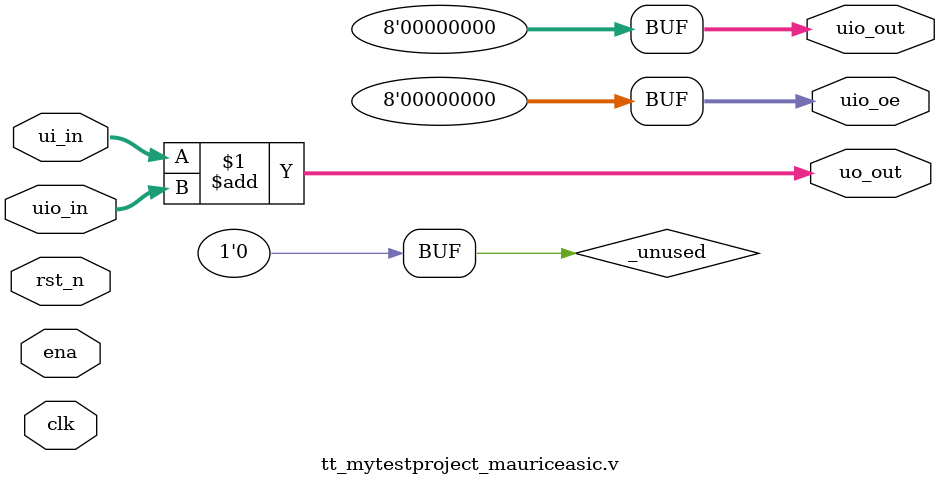
<source format=v>
/*
 * Copyright (c) 2024 Your Name
 * SPDX-License-Identifier: Apache-2.0
 */

`default_nettype none

module tt_mytestproject_mauriceasic.v (
    input  wire [7:0] ui_in,    // Dedicated inputs
    output wire [7:0] uo_out,   // Dedicated outputs
    input  wire [7:0] uio_in,   // IOs: Input path
    output wire [7:0] uio_out,  // IOs: Output path
    output wire [7:0] uio_oe,   // IOs: Enable path (active high: 0=input, 1=output)
    input  wire       ena,      // always 1 when the design is powered, so you can ignore it
    input  wire       clk,      // clock
    input  wire       rst_n     // reset_n - low to reset
);

  // All output pins must be assigned. If not used, assign to 0.
  assign uo_out  = ui_in + uio_in;  // Example: ou_out is the sum of ui_in and uio_in
  assign uio_out = 0;
  assign uio_oe  = 0;

  // List all unused inputs to prevent warnings
  wire _unused = &{ena, clk, rst_n, 1'b0};

endmodule

</source>
